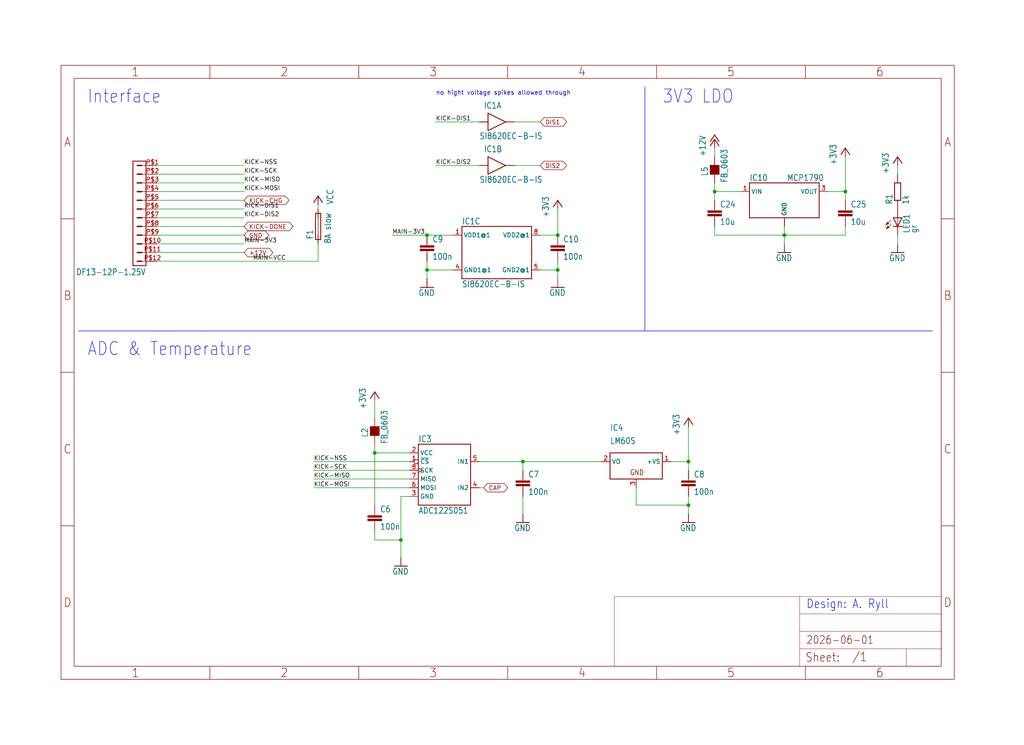
<source format=kicad_sch>
(kicad_sch (version 20230121) (generator eeschema)
  (paper "User" 298.45 217.322)
  (lib_symbols
    (symbol "Kicking Device v13b-eagle-import:+12V" (power)
      (property "Value" "+12V" (at -2.54 -5.08 90))
      (symbol "+12V_1_0"
        (polyline (pts (xy 0 0) (xy -1.27 -1.905)) (stroke (width 0.254)))
        (polyline (pts (xy 0 1.27) (xy -1.27 -0.635)) (stroke (width 0.254)))
        (polyline (pts (xy 1.27 -1.905) (xy 0 0)) (stroke (width 0.254)))
        (polyline (pts (xy 1.27 -0.635) (xy 0 1.27)) (stroke (width 0.254)))
        (pin power_in line (at 0 -2.54 90) (length 2.54) (name "+12V") (number "1"))
      )
    )
    (symbol "Kicking Device v13b-eagle-import:+3V3" (power)
      (property "Value" "+3V3" (at -2.54 -5.08 90))
      (symbol "+3V3_1_0"
        (polyline (pts (xy 0 0) (xy -1.27 -1.905)) (stroke (width 0.254)))
        (polyline (pts (xy 1.27 -1.905) (xy 0 0)) (stroke (width 0.254)))
        (pin power_in line (at 0 -2.54 90) (length 2.54) (name "+3V3") (number "1"))
      )
    )
    (symbol "Kicking Device v13b-eagle-import:A4L-LOC"
      (symbol "A4L-LOC_1_0"
        (polyline (pts (xy 0 44.7675) (xy 3.81 44.7675)))
        (polyline (pts (xy 0 89.535) (xy 3.81 89.535)))
        (polyline (pts (xy 0 134.3025) (xy 3.81 134.3025)))
        (polyline (pts (xy 3.81 3.81) (xy 3.81 175.26)))
        (polyline (pts (xy 43.3917 0) (xy 43.3917 3.81)))
        (polyline (pts (xy 43.3917 175.26) (xy 43.3917 179.07)))
        (polyline (pts (xy 86.7833 0) (xy 86.7833 3.81)))
        (polyline (pts (xy 86.7833 175.26) (xy 86.7833 179.07)))
        (polyline (pts (xy 130.175 0) (xy 130.175 3.81)))
        (polyline (pts (xy 130.175 175.26) (xy 130.175 179.07)))
        (polyline (pts (xy 161.29 3.81) (xy 161.29 24.13)) (stroke (width 0.1016)))
        (polyline (pts (xy 161.29 24.13) (xy 215.265 24.13)) (stroke (width 0.1016)))
        (polyline (pts (xy 173.5667 0) (xy 173.5667 3.81)))
        (polyline (pts (xy 173.5667 175.26) (xy 173.5667 179.07)))
        (polyline (pts (xy 215.265 8.89) (xy 215.265 3.81)) (stroke (width 0.1016)))
        (polyline (pts (xy 215.265 8.89) (xy 215.265 13.97)) (stroke (width 0.1016)))
        (polyline (pts (xy 215.265 13.97) (xy 215.265 19.05)) (stroke (width 0.1016)))
        (polyline (pts (xy 215.265 13.97) (xy 256.54 13.97)) (stroke (width 0.1016)))
        (polyline (pts (xy 215.265 19.05) (xy 215.265 24.13)) (stroke (width 0.1016)))
        (polyline (pts (xy 215.265 19.05) (xy 256.54 19.05)) (stroke (width 0.1016)))
        (polyline (pts (xy 215.265 24.13) (xy 256.54 24.13)) (stroke (width 0.1016)))
        (polyline (pts (xy 216.9583 0) (xy 216.9583 3.81)))
        (polyline (pts (xy 216.9583 175.26) (xy 216.9583 179.07)))
        (polyline (pts (xy 246.38 3.81) (xy 246.38 8.89)) (stroke (width 0.1016)))
        (polyline (pts (xy 246.38 8.89) (xy 215.265 8.89)) (stroke (width 0.1016)))
        (polyline (pts (xy 246.38 8.89) (xy 256.54 8.89)) (stroke (width 0.1016)))
        (polyline (pts (xy 256.54 3.81) (xy 3.81 3.81)))
        (polyline (pts (xy 256.54 3.81) (xy 256.54 8.89)) (stroke (width 0.1016)))
        (polyline (pts (xy 256.54 3.81) (xy 256.54 175.26)))
        (polyline (pts (xy 256.54 8.89) (xy 256.54 13.97)) (stroke (width 0.1016)))
        (polyline (pts (xy 256.54 13.97) (xy 256.54 19.05)) (stroke (width 0.1016)))
        (polyline (pts (xy 256.54 19.05) (xy 256.54 24.13)) (stroke (width 0.1016)))
        (polyline (pts (xy 256.54 44.7675) (xy 260.35 44.7675)))
        (polyline (pts (xy 256.54 89.535) (xy 260.35 89.535)))
        (polyline (pts (xy 256.54 134.3025) (xy 260.35 134.3025)))
        (polyline (pts (xy 256.54 175.26) (xy 3.81 175.26)))
        (polyline (pts (xy 0 0) (xy 260.35 0) (xy 260.35 179.07) (xy 0 179.07) (xy 0 0)))
        (text "${#}/${##}" (at 230.505 5.08 0) (effects (font (size 2.54 2.159)) (justify left bottom)))
        (text "${CURRENT_DATE}" (at 217.17 10.16 0) (effects (font (size 2.286 1.9431)) (justify left bottom)))
        (text "${PROJECTNAME}" (at 217.17 15.24 0) (effects (font (size 2.54 2.159)) (justify left bottom)))
        (text "1" (at 21.6958 1.905 0) (effects (font (size 2.54 2.286))))
        (text "1" (at 21.6958 177.165 0) (effects (font (size 2.54 2.286))))
        (text "2" (at 65.0875 1.905 0) (effects (font (size 2.54 2.286))))
        (text "2" (at 65.0875 177.165 0) (effects (font (size 2.54 2.286))))
        (text "3" (at 108.4792 1.905 0) (effects (font (size 2.54 2.286))))
        (text "3" (at 108.4792 177.165 0) (effects (font (size 2.54 2.286))))
        (text "4" (at 151.8708 1.905 0) (effects (font (size 2.54 2.286))))
        (text "4" (at 151.8708 177.165 0) (effects (font (size 2.54 2.286))))
        (text "5" (at 195.2625 1.905 0) (effects (font (size 2.54 2.286))))
        (text "5" (at 195.2625 177.165 0) (effects (font (size 2.54 2.286))))
        (text "6" (at 238.6542 1.905 0) (effects (font (size 2.54 2.286))))
        (text "6" (at 238.6542 177.165 0) (effects (font (size 2.54 2.286))))
        (text "A" (at 1.905 156.6863 0) (effects (font (size 2.54 2.286))))
        (text "A" (at 258.445 156.6863 0) (effects (font (size 2.54 2.286))))
        (text "B" (at 1.905 111.9188 0) (effects (font (size 2.54 2.286))))
        (text "B" (at 258.445 111.9188 0) (effects (font (size 2.54 2.286))))
        (text "C" (at 1.905 67.1513 0) (effects (font (size 2.54 2.286))))
        (text "C" (at 258.445 67.1513 0) (effects (font (size 2.54 2.286))))
        (text "D" (at 1.905 22.3838 0) (effects (font (size 2.54 2.286))))
        (text "D" (at 258.445 22.3838 0) (effects (font (size 2.54 2.286))))
        (text "Sheet:" (at 216.916 4.953 0) (effects (font (size 2.54 2.159)) (justify left bottom)))
      )
    )
    (symbol "Kicking Device v13b-eagle-import:ADC__2S__1"
      (property "Reference" "IC" (at -7.62 10.668 0))
      (symbol "ADC__2S__1_1_0"
        (polyline (pts (xy -7.62 -7.62) (xy -7.62 10.16)) (stroke (width 0.254)))
        (polyline (pts (xy -7.62 10.16) (xy 7.62 10.16)) (stroke (width 0.254)))
        (polyline (pts (xy 7.62 -7.62) (xy -7.62 -7.62)) (stroke (width 0.254)))
        (polyline (pts (xy 7.62 10.16) (xy 7.62 -7.62)) (stroke (width 0.254)))
        (pin bidirectional inverted (at -10.16 5.08 0) (length 2.54) (name "~{CS}") (number "1"))
        (pin power_in line (at -10.16 7.62 0) (length 2.54) (name "VCC") (number "2"))
        (pin power_in line (at -10.16 -5.08 0) (length 2.54) (name "GND") (number "3"))
        (pin passive line (at 10.16 -2.54 180) (length 2.54) (name "IN2") (number "4"))
        (pin passive line (at 10.16 5.08 180) (length 2.54) (name "IN1") (number "5"))
        (pin bidirectional line (at -10.16 -2.54 0) (length 2.54) (name "MOSI") (number "6"))
        (pin bidirectional line (at -10.16 0 0) (length 2.54) (name "MISO") (number "7"))
        (pin bidirectional clock (at -10.16 2.54 0) (length 2.54) (name "SCK") (number "8"))
      )
    )
    (symbol "Kicking Device v13b-eagle-import:C-EUC0603"
      (property "Reference" "C" (at 1.524 0.381 0))
      (symbol "C-EUC0603_1_0"
        (rectangle (start -2.032 -2.032) (end 2.032 -1.524) (fill (type outline)))
        (rectangle (start -2.032 -1.016) (end 2.032 -0.508) (fill (type outline)))
        (polyline (pts (xy 0 -2.54) (xy 0 -2.032)) (stroke (width 0.1524)))
        (polyline (pts (xy 0 0) (xy 0 -0.508)) (stroke (width 0.1524)))
        (pin passive line (at 0 2.54 270) (length 2.54) (name "1") (number "1"))
        (pin passive line (at 0 -5.08 90) (length 2.54) (name "2") (number "2"))
      )
    )
    (symbol "Kicking Device v13b-eagle-import:DF13-12P-1.25V"
      (symbol "DF13-12P-1.25V_1_0"
        (polyline (pts (xy -2.54 -10.16) (xy -0.635 -10.16)) (stroke (width 0.1524)))
        (polyline (pts (xy -2.54 -7.62) (xy -0.635 -7.62)) (stroke (width 0.1524)))
        (polyline (pts (xy -2.54 -5.08) (xy -0.635 -5.08)) (stroke (width 0.1524)))
        (polyline (pts (xy -2.54 -2.54) (xy -0.635 -2.54)) (stroke (width 0.1524)))
        (polyline (pts (xy -2.54 0) (xy -0.635 0)) (stroke (width 0.1524)))
        (polyline (pts (xy -2.54 2.54) (xy -0.635 2.54)) (stroke (width 0.1524)))
        (polyline (pts (xy -2.54 5.08) (xy -0.635 5.08)) (stroke (width 0.1524)))
        (polyline (pts (xy -2.54 7.62) (xy -0.635 7.62)) (stroke (width 0.1524)))
        (polyline (pts (xy -2.54 10.16) (xy -0.635 10.16)) (stroke (width 0.1524)))
        (polyline (pts (xy -2.54 12.7) (xy -0.635 12.7)) (stroke (width 0.1524)))
        (polyline (pts (xy -2.54 15.24) (xy -0.635 15.24)) (stroke (width 0.1524)))
        (polyline (pts (xy -2.54 17.78) (xy -0.635 17.78)) (stroke (width 0.1524)))
        (polyline (pts (xy -1.905 -11.43) (xy -1.905 19.05)) (stroke (width 0.254)))
        (polyline (pts (xy -1.905 -11.43) (xy 1.905 -11.43)) (stroke (width 0.254)))
        (polyline (pts (xy -0.635 -10.16) (xy 0.635 -10.16)) (stroke (width 0.4064)))
        (polyline (pts (xy -0.635 -7.62) (xy 0.635 -7.62)) (stroke (width 0.4064)))
        (polyline (pts (xy -0.635 -5.08) (xy 0.635 -5.08)) (stroke (width 0.4064)))
        (polyline (pts (xy -0.635 -2.54) (xy 0.635 -2.54)) (stroke (width 0.4064)))
        (polyline (pts (xy -0.635 0) (xy 0.635 0)) (stroke (width 0.4064)))
        (polyline (pts (xy -0.635 2.54) (xy 0.635 2.54)) (stroke (width 0.4064)))
        (polyline (pts (xy -0.635 5.08) (xy 0.635 5.08)) (stroke (width 0.4064)))
        (polyline (pts (xy -0.635 7.62) (xy 0.635 7.62)) (stroke (width 0.4064)))
        (polyline (pts (xy -0.635 10.16) (xy 0.635 10.16)) (stroke (width 0.4064)))
        (polyline (pts (xy -0.635 12.7) (xy 0.635 12.7)) (stroke (width 0.4064)))
        (polyline (pts (xy -0.635 15.24) (xy 0.635 15.24)) (stroke (width 0.4064)))
        (polyline (pts (xy -0.635 17.78) (xy 0.635 17.78)) (stroke (width 0.4064)))
        (polyline (pts (xy 1.905 19.05) (xy -1.905 19.05)) (stroke (width 0.254)))
        (polyline (pts (xy 1.905 19.05) (xy 1.905 -11.43)) (stroke (width 0.254)))
        (pin passive line (at -5.08 17.78 0) (length 2.54) (name "1") (number "P$1"))
        (pin passive line (at -5.08 -5.08 0) (length 2.54) (name "10") (number "P$10"))
        (pin passive line (at -5.08 -7.62 0) (length 2.54) (name "11") (number "P$11"))
        (pin passive line (at -5.08 -10.16 0) (length 2.54) (name "12") (number "P$12"))
        (pin passive line (at -5.08 15.24 0) (length 2.54) (name "2") (number "P$2"))
        (pin passive line (at -5.08 12.7 0) (length 2.54) (name "3") (number "P$3"))
        (pin passive line (at -5.08 10.16 0) (length 2.54) (name "4") (number "P$4"))
        (pin passive line (at -5.08 7.62 0) (length 2.54) (name "5") (number "P$5"))
        (pin passive line (at -5.08 5.08 0) (length 2.54) (name "6") (number "P$6"))
        (pin passive line (at -5.08 2.54 0) (length 2.54) (name "7") (number "P$7"))
        (pin passive line (at -5.08 0 0) (length 2.54) (name "8") (number "P$8"))
        (pin passive line (at -5.08 -2.54 0) (length 2.54) (name "9") (number "P$9"))
      )
    )
    (symbol "Kicking Device v13b-eagle-import:FB_0603"
      (property "Reference" "L" (at -0.635 1.905 0))
      (symbol "FB_0603_1_0"
        (rectangle (start 0 -1.27) (end 2.54 1.27) (fill (type outline)))
        (polyline (pts (xy 0 -1.27) (xy 0 0)) (stroke (width 0.254)))
        (polyline (pts (xy 0 0) (xy 0 1.27)) (stroke (width 0.254)))
        (polyline (pts (xy 0 0) (xy 2.54 0)) (stroke (width 0.1524)))
        (polyline (pts (xy 0 1.27) (xy 2.54 1.27)) (stroke (width 0.254)))
        (polyline (pts (xy 2.54 -1.27) (xy 0 -1.27)) (stroke (width 0.254)))
        (polyline (pts (xy 2.54 0) (xy 2.54 -1.27)) (stroke (width 0.254)))
        (polyline (pts (xy 2.54 1.27) (xy 2.54 0)) (stroke (width 0.254)))
        (pin passive line (at -2.54 0 0) (length 2.54) (name "1") (number "1"))
        (pin passive line (at 5.08 0 180) (length 2.54) (name "2") (number "2"))
      )
    )
    (symbol "Kicking Device v13b-eagle-import:FUSES"
      (property "Reference" "F" (at -3.81 1.397 0))
      (symbol "FUSES_1_0"
        (polyline (pts (xy -3.81 -0.762) (xy 3.81 -0.762)) (stroke (width 0.254)))
        (polyline (pts (xy -3.81 0.762) (xy -3.81 -0.762)) (stroke (width 0.254)))
        (polyline (pts (xy -2.54 0) (xy 2.54 0)) (stroke (width 0.1524)))
        (polyline (pts (xy 3.81 -0.762) (xy 3.81 0.762)) (stroke (width 0.254)))
        (polyline (pts (xy 3.81 0.762) (xy -3.81 0.762)) (stroke (width 0.254)))
        (pin passive line (at -5.08 0 0) (length 2.54) (name "1") (number "1"))
        (pin passive line (at 5.08 0 180) (length 2.54) (name "2") (number "2"))
      )
    )
    (symbol "Kicking Device v13b-eagle-import:GND" (power)
      (property "Value" "GND" (at -2.54 -2.54 0))
      (symbol "GND_1_0"
        (polyline (pts (xy -1.905 0) (xy 1.905 0)) (stroke (width 0.254)))
        (pin power_in line (at 0 2.54 270) (length 2.54) (name "GND") (number "1"))
      )
    )
    (symbol "Kicking Device v13b-eagle-import:LEDCHIP-LED0603"
      (property "Reference" "LED" (at 3.556 -4.572 90))
      (symbol "LEDCHIP-LED0603_1_0"
        (polyline (pts (xy -2.032 -0.762) (xy -3.429 -2.159)) (stroke (width 0.1524)))
        (polyline (pts (xy -1.905 -1.905) (xy -3.302 -3.302)) (stroke (width 0.1524)))
        (polyline (pts (xy 0 -2.54) (xy -1.27 -2.54)) (stroke (width 0.254)))
        (polyline (pts (xy 0 -2.54) (xy -1.27 0)) (stroke (width 0.254)))
        (polyline (pts (xy 0 0) (xy -1.27 0)) (stroke (width 0.254)))
        (polyline (pts (xy 0 0) (xy 0 -2.54)) (stroke (width 0.1524)))
        (polyline (pts (xy 1.27 -2.54) (xy 0 -2.54)) (stroke (width 0.254)))
        (polyline (pts (xy 1.27 0) (xy 0 -2.54)) (stroke (width 0.254)))
        (polyline (pts (xy 1.27 0) (xy 0 0)) (stroke (width 0.254)))
        (polyline (pts (xy -3.429 -2.159) (xy -3.048 -1.27) (xy -2.54 -1.778)) (stroke (width 0.1524)) (fill (type outline)))
        (polyline (pts (xy -3.302 -3.302) (xy -2.921 -2.413) (xy -2.413 -2.921)) (stroke (width 0.1524)) (fill (type outline)))
        (pin passive line (at 0 2.54 270) (length 2.54) (name "A") (number "A"))
        (pin passive line (at 0 -5.08 90) (length 2.54) (name "C") (number "C"))
      )
    )
    (symbol "Kicking Device v13b-eagle-import:LM60S"
      (property "Reference" "IC" (at -7.62 3.81 0))
      (symbol "LM60S_1_0"
        (polyline (pts (xy -7.62 -5.08) (xy -7.62 2.54)) (stroke (width 0.254)))
        (polyline (pts (xy -7.62 2.54) (xy 7.62 2.54)) (stroke (width 0.254)))
        (polyline (pts (xy 7.62 -5.08) (xy -7.62 -5.08)) (stroke (width 0.254)))
        (polyline (pts (xy 7.62 2.54) (xy 7.62 -5.08)) (stroke (width 0.254)))
        (text "GND" (at -2.286 -4.064 0) (effects (font (size 1.524 1.2954)) (justify left bottom)))
        (pin input line (at -10.16 0 0) (length 2.54) (name "+VS") (number "1"))
        (pin input line (at 10.16 0 180) (length 2.54) (name "VO") (number "2"))
        (pin power_in line (at 0 -7.62 90) (length 2.54) (name "GND") (number "3"))
      )
    )
    (symbol "Kicking Device v13b-eagle-import:MCP1790"
      (property "Reference" "IC" (at -10.16 5.588 0))
      (symbol "MCP1790_1_0"
        (polyline (pts (xy -10.16 -5.08) (xy 10.16 -5.08)) (stroke (width 0.254)))
        (polyline (pts (xy -10.16 5.08) (xy -10.16 -5.08)) (stroke (width 0.254)))
        (polyline (pts (xy -10.16 5.08) (xy 10.16 5.08)) (stroke (width 0.254)))
        (polyline (pts (xy 10.16 5.08) (xy 10.16 -5.08)) (stroke (width 0.254)))
        (pin bidirectional line (at -12.7 2.54 0) (length 2.54) (name "VIN") (number "1"))
        (pin bidirectional line (at 0 -7.62 90) (length 2.54) (name "GND") (number "2"))
        (pin bidirectional line (at 12.7 2.54 180) (length 2.54) (name "VOUT") (number "3"))
        (pin bidirectional line (at 0 -7.62 90) (length 2.54) (name "GND") (number "4"))
      )
    )
    (symbol "Kicking Device v13b-eagle-import:R-EU_R0603"
      (property "Reference" "R" (at -3.81 1.4986 0))
      (symbol "R-EU_R0603_1_0"
        (polyline (pts (xy -2.54 -0.889) (xy -2.54 0.889)) (stroke (width 0.254)))
        (polyline (pts (xy -2.54 -0.889) (xy 2.54 -0.889)) (stroke (width 0.254)))
        (polyline (pts (xy 2.54 -0.889) (xy 2.54 0.889)) (stroke (width 0.254)))
        (polyline (pts (xy 2.54 0.889) (xy -2.54 0.889)) (stroke (width 0.254)))
        (pin passive line (at -5.08 0 0) (length 2.54) (name "1") (number "1"))
        (pin passive line (at 5.08 0 180) (length 2.54) (name "2") (number "2"))
      )
    )
    (symbol "Kicking Device v13b-eagle-import:SI8620"
      (property "Reference" "IC" (at -10.16 8.128 0))
      (symbol "SI8620_1_0"
        (polyline (pts (xy -2.54 -2.54) (xy 2.54 0)) (stroke (width 0.254)))
        (polyline (pts (xy -2.54 2.54) (xy -2.54 -2.54)) (stroke (width 0.254)))
        (polyline (pts (xy 2.54 0) (xy -2.54 2.54)) (stroke (width 0.254)))
        (pin input line (at -5.08 0 0) (length 2.54) (name "IN") (number "2"))
        (pin output line (at 5.08 0 180) (length 2.54) (name "OUT") (number "7"))
      )
      (symbol "SI8620_2_0"
        (polyline (pts (xy -2.54 -2.54) (xy 2.54 0)) (stroke (width 0.254)))
        (polyline (pts (xy -2.54 2.54) (xy -2.54 -2.54)) (stroke (width 0.254)))
        (polyline (pts (xy 2.54 0) (xy -2.54 2.54)) (stroke (width 0.254)))
        (pin input line (at -5.08 0 0) (length 2.54) (name "IN") (number "3"))
        (pin output line (at 5.08 0 180) (length 2.54) (name "OUT") (number "6"))
      )
      (symbol "SI8620_3_0"
        (polyline (pts (xy -10.16 -7.62) (xy -10.16 7.62)) (stroke (width 0.254)))
        (polyline (pts (xy -10.16 7.62) (xy 10.16 7.62)) (stroke (width 0.254)))
        (polyline (pts (xy 10.16 -7.62) (xy -10.16 -7.62)) (stroke (width 0.254)))
        (polyline (pts (xy 10.16 7.62) (xy 10.16 -7.62)) (stroke (width 0.254)))
        (pin passive line (at -12.7 5.08 0) (length 2.54) (name "VDD1@1") (number "1"))
        (pin passive line (at -12.7 -5.08 0) (length 2.54) (name "GND1@1") (number "4"))
        (pin passive line (at 12.7 -5.08 180) (length 2.54) (name "GND2@1") (number "5"))
        (pin passive line (at 12.7 5.08 180) (length 2.54) (name "VDD2@1") (number "8"))
      )
    )
    (symbol "Kicking Device v13b-eagle-import:VCC" (power)
      (property "Value" "VCC" (at -2.54 -2.54 90))
      (symbol "VCC_1_0"
        (polyline (pts (xy 0 0) (xy -1.27 -1.905)) (stroke (width 0.254)))
        (polyline (pts (xy 1.27 -1.905) (xy 0 0)) (stroke (width 0.254)))
        (pin power_in line (at 0 -2.54 90) (length 2.54) (name "VCC") (number "1"))
      )
    )
  )
  (junction (at 162.56 78.74))
  (junction (at 246.38 55.88))
  (junction (at 152.4 134.62))
  (junction (at 109.22 132.08))
  (junction (at 228.6 68.58))
  (junction (at 124.46 68.58))
  (junction (at 124.46 78.74))
  (junction (at 116.84 157.48))
  (junction (at 200.66 134.62))
  (junction (at 162.56 68.58))
  (junction (at 208.28 55.88))
  (junction (at 200.66 147.32))
  (wire (pts (xy 45.72 58.42) (xy 71.12 58.42)) (stroke (width 0.1524)))
  (wire (pts (xy 109.22 132.08) (xy 109.22 129.54)) (stroke (width 0.1524)))
  (wire (pts (xy 208.28 66.04) (xy 208.28 68.58)) (stroke (width 0.1524)))
  (wire (pts (xy 185.42 147.32) (xy 185.42 142.24)) (stroke (width 0.1524)))
  (wire (pts (xy 124.46 78.74) (xy 124.46 76.2)) (stroke (width 0.1524)))
  (wire (pts (xy 124.46 81.28) (xy 124.46 78.74)) (stroke (width 0.1524)))
  (wire (pts (xy 139.7 142.24) (xy 140.97 142.24)) (stroke (width 0.1524)))
  (wire (pts (xy 132.08 78.74) (xy 124.46 78.74)) (stroke (width 0.1524)))
  (wire (pts (xy 215.9 55.88) (xy 208.28 55.88)) (stroke (width 0.1524)))
  (wire (pts (xy 71.12 60.96) (xy 45.72 60.96)) (stroke (width 0.1524)))
  (wire (pts (xy 92.71 59.69) (xy 92.71 60.96)) (stroke (width 0.1524)))
  (wire (pts (xy 109.22 154.94) (xy 109.22 157.48)) (stroke (width 0.1524)))
  (wire (pts (xy 228.6 68.58) (xy 246.38 68.58)) (stroke (width 0.1524)))
  (wire (pts (xy 109.22 121.92) (xy 109.22 116.84)) (stroke (width 0.1524)))
  (wire (pts (xy 91.44 142.24) (xy 119.38 142.24)) (stroke (width 0.1524)))
  (wire (pts (xy 116.84 144.78) (xy 116.84 157.48)) (stroke (width 0.1524)))
  (wire (pts (xy 261.62 71.12) (xy 261.62 68.58)) (stroke (width 0.1524)))
  (wire (pts (xy 132.08 68.58) (xy 124.46 68.58)) (stroke (width 0.1524)))
  (wire (pts (xy 91.44 134.62) (xy 119.38 134.62)) (stroke (width 0.1524)))
  (wire (pts (xy 45.72 71.12) (xy 71.12 71.12)) (stroke (width 0.1524)))
  (wire (pts (xy 109.22 147.32) (xy 109.22 132.08)) (stroke (width 0.1524)))
  (wire (pts (xy 208.28 68.58) (xy 228.6 68.58)) (stroke (width 0.1524)))
  (wire (pts (xy 208.28 55.88) (xy 208.28 53.34)) (stroke (width 0.1524)))
  (wire (pts (xy 45.72 53.34) (xy 71.12 53.34)) (stroke (width 0.1524)))
  (wire (pts (xy 45.72 55.88) (xy 71.12 55.88)) (stroke (width 0.1524)))
  (wire (pts (xy 45.72 50.8) (xy 71.12 50.8)) (stroke (width 0.1524)))
  (wire (pts (xy 228.6 71.12) (xy 228.6 68.58)) (stroke (width 0.1524)))
  (wire (pts (xy 92.71 76.2) (xy 92.71 71.12)) (stroke (width 0.1524)))
  (wire (pts (xy 152.4 137.16) (xy 152.4 134.62)) (stroke (width 0.1524)))
  (wire (pts (xy 200.66 134.62) (xy 200.66 124.46)) (stroke (width 0.1524)))
  (wire (pts (xy 208.28 55.88) (xy 208.28 58.42)) (stroke (width 0.1524)))
  (polyline (pts (xy 22.86 96.52) (xy 187.96 96.52)) (stroke (width 0.1524) (type solid)))
  (wire (pts (xy 162.56 68.58) (xy 162.56 60.96)) (stroke (width 0.1524)))
  (wire (pts (xy 91.44 139.7) (xy 119.38 139.7)) (stroke (width 0.1524)))
  (wire (pts (xy 200.66 134.62) (xy 195.58 134.62)) (stroke (width 0.1524)))
  (wire (pts (xy 200.66 149.86) (xy 200.66 147.32)) (stroke (width 0.1524)))
  (wire (pts (xy 45.72 73.66) (xy 71.12 73.66)) (stroke (width 0.1524)))
  (wire (pts (xy 91.44 137.16) (xy 119.38 137.16)) (stroke (width 0.1524)))
  (wire (pts (xy 139.7 48.26) (xy 127 48.26)) (stroke (width 0.1524)))
  (wire (pts (xy 152.4 134.62) (xy 139.7 134.62)) (stroke (width 0.1524)))
  (polyline (pts (xy 187.96 25.4) (xy 187.96 96.52)) (stroke (width 0.1524) (type solid)))
  (wire (pts (xy 246.38 68.58) (xy 246.38 66.04)) (stroke (width 0.1524)))
  (wire (pts (xy 162.56 78.74) (xy 162.56 76.2)) (stroke (width 0.1524)))
  (wire (pts (xy 71.12 48.26) (xy 45.72 48.26)) (stroke (width 0.1524)))
  (wire (pts (xy 162.56 81.28) (xy 162.56 78.74)) (stroke (width 0.1524)))
  (wire (pts (xy 116.84 157.48) (xy 116.84 162.56)) (stroke (width 0.1524)))
  (wire (pts (xy 45.72 76.2) (xy 92.71 76.2)) (stroke (width 0.1524)))
  (wire (pts (xy 45.72 66.04) (xy 71.12 66.04)) (stroke (width 0.1524)))
  (wire (pts (xy 119.38 132.08) (xy 109.22 132.08)) (stroke (width 0.1524)))
  (wire (pts (xy 109.22 157.48) (xy 116.84 157.48)) (stroke (width 0.1524)))
  (wire (pts (xy 124.46 68.58) (xy 114.3 68.58)) (stroke (width 0.1524)))
  (wire (pts (xy 246.38 58.42) (xy 246.38 55.88)) (stroke (width 0.1524)))
  (wire (pts (xy 208.28 45.72) (xy 208.28 43.18)) (stroke (width 0.1524)))
  (wire (pts (xy 119.38 144.78) (xy 116.84 144.78)) (stroke (width 0.1524)))
  (wire (pts (xy 246.38 55.88) (xy 246.38 45.72)) (stroke (width 0.1524)))
  (wire (pts (xy 139.7 35.56) (xy 127 35.56)) (stroke (width 0.1524)))
  (wire (pts (xy 228.6 68.58) (xy 228.6 66.04)) (stroke (width 0.1524)))
  (wire (pts (xy 246.38 55.88) (xy 241.3 55.88)) (stroke (width 0.1524)))
  (wire (pts (xy 175.26 134.62) (xy 152.4 134.62)) (stroke (width 0.1524)))
  (wire (pts (xy 149.86 35.56) (xy 157.48 35.56)) (stroke (width 0.1524)))
  (wire (pts (xy 157.48 68.58) (xy 162.56 68.58)) (stroke (width 0.1524)))
  (polyline (pts (xy 187.96 96.52) (xy 271.78 96.52)) (stroke (width 0.1524) (type solid)))
  (wire (pts (xy 200.66 147.32) (xy 185.42 147.32)) (stroke (width 0.1524)))
  (wire (pts (xy 261.62 50.8) (xy 261.62 48.26)) (stroke (width 0.1524)))
  (wire (pts (xy 162.56 78.74) (xy 157.48 78.74)) (stroke (width 0.1524)))
  (wire (pts (xy 45.72 68.58) (xy 71.12 68.58)) (stroke (width 0.1524)))
  (wire (pts (xy 149.86 48.26) (xy 157.48 48.26)) (stroke (width 0.1524)))
  (wire (pts (xy 200.66 147.32) (xy 200.66 144.78)) (stroke (width 0.1524)))
  (wire (pts (xy 200.66 137.16) (xy 200.66 134.62)) (stroke (width 0.1524)))
  (wire (pts (xy 45.72 63.5) (xy 71.12 63.5)) (stroke (width 0.1524)))
  (wire (pts (xy 152.4 149.86) (xy 152.4 144.78)) (stroke (width 0.1524)))
  (text "ADC & Temperature" (at 25.4 104.14 0) (effects (font (size 3.81 3.2385)) (justify left bottom)))
  (text "Interface" (at 25.4 30.48 0) (effects (font (size 3.81 3.2385)) (justify left bottom)))
  (text "Design: A. Ryll" (at 234.95 177.8 0) (effects (font (size 2.54 2.159)) (justify left bottom)))
  (text "no hight voltage spikes allowed through" (at 127 27.94 0) (effects (font (size 1.27 1.27)) (justify left bottom)))
  (text "3V3 LDO" (at 193.04 30.48 0) (effects (font (size 3.81 3.2385)) (justify left bottom)))
  (label "KICK-DIS1" (at 127 35.56 0) (effects (font (size 1.2446 1.2446))))
  (label "KICK-NSS" (at 91.44 134.62 0) (effects (font (size 1.2446 1.2446))))
  (label "MAIN-3V3" (at 114.3 68.58 0) (effects (font (size 1.2446 1.2446))))
  (label "KICK-SCK" (at 91.44 137.16 0) (effects (font (size 1.2446 1.2446))))
  (label "MAIN-VCC" (at 73.66 76.2 0) (effects (font (size 1.2446 1.2446))))
  (label "MAIN-3V3" (at 71.12 71.12 0) (effects (font (size 1.2446 1.2446))))
  (label "KICK-DIS2" (at 71.12 63.5 0) (effects (font (size 1.2446 1.2446))))
  (label "KICK-DIS1" (at 71.12 60.96 0) (effects (font (size 1.2446 1.2446))))
  (label "KICK-SCK" (at 71.12 50.8 0) (effects (font (size 1.2446 1.2446))))
  (label "KICK-DIS2" (at 127 48.26 0) (effects (font (size 1.2446 1.2446))))
  (label "KICK-NSS" (at 71.12 48.26 0) (effects (font (size 1.2446 1.2446))))
  (label "KICK-MISO" (at 71.12 53.34 0) (effects (font (size 1.2446 1.2446))))
  (label "KICK-MOSI" (at 91.44 142.24 0) (effects (font (size 1.2446 1.2446))))
  (label "KICK-MISO" (at 91.44 139.7 0) (effects (font (size 1.2446 1.2446))))
  (label "KICK-MOSI" (at 71.12 55.88 0) (effects (font (size 1.2446 1.2446))))
  (global_label "DIS1" (shape bidirectional) (at 157.48 35.56 0) (effects (font (size 1.2446 1.2446))) (property "Intersheetrefs" "${INTERSHEET_REFS}" (effects hide)))
  (global_label "KICK-CHG" (shape bidirectional) (at 71.12 58.42 0) (effects (font (size 1.2446 1.2446))) (property "Intersheetrefs" "${INTERSHEET_REFS}" (effects hide)))
  (global_label "CAP" (shape bidirectional) (at 140.97 142.24 0) (effects (font (size 1.2446 1.2446))) (property "Intersheetrefs" "${INTERSHEET_REFS}" (effects hide)))
  (global_label "KICK-DONE" (shape bidirectional) (at 71.12 66.04 0) (effects (font (size 1.2446 1.2446))) (property "Intersheetrefs" "${INTERSHEET_REFS}" (effects hide)))
  (global_label "GND" (shape bidirectional) (at 71.12 68.58 0) (effects (font (size 1.2446 1.2446))) (property "Intersheetrefs" "${INTERSHEET_REFS}" (effects hide)))
  (global_label "+12V" (shape bidirectional) (at 71.12 73.66 0) (effects (font (size 1.2446 1.2446))) (property "Intersheetrefs" "${INTERSHEET_REFS}" (effects hide)))
  (global_label "DIS2" (shape bidirectional) (at 157.48 48.26 0) (effects (font (size 1.2446 1.2446))) (property "Intersheetrefs" "${INTERSHEET_REFS}" (effects hide)))
  (symbol (lib_id "Kicking Device v13b-eagle-import:GND") (at 124.46 83.82 0) (unit 1)
    (property "Reference" "#GND8" (effects hide))
    (property "Value" "GND" (at 121.92 86.36 0) (effects (font (size 1.778 1.5113)) (justify left bottom)))
  )
  (symbol (lib_id "Kicking Device v13b-eagle-import:FB_0603") (at 208.28 50.8 90) (unit 1)
    (property "Reference" "L5" (at 206.375 51.435 0) (effects (font (size 1.778 1.5113)) (justify left bottom)))
    (property "Value" "FB_0603" (at 212.09 53.34 0) (effects (font (size 1.778 1.5113)) (justify left bottom)))
    (property "Footprint" "Kicking Device v13b:L0603" (effects hide))
  )
  (symbol (lib_id "Kicking Device v13b-eagle-import:C-EUC0603") (at 109.22 149.86 0) (unit 1)
    (property "Reference" "C6" (at 110.744 149.479 0) (effects (font (size 1.778 1.5113)) (justify left bottom)))
    (property "Value" "100n" (at 110.744 154.559 0) (effects (font (size 1.778 1.5113)) (justify left bottom)))
    (property "Footprint" "Kicking Device v13b:C0603" (effects hide))
  )
  (symbol (lib_id "Kicking Device v13b-eagle-import:R-EU_R0603") (at 261.62 55.88 90) (unit 1)
    (property "Reference" "R1" (at 260.1214 59.69 0) (effects (font (size 1.778 1.5113)) (justify left bottom)))
    (property "Value" "1k" (at 264.922 59.69 0) (effects (font (size 1.778 1.5113)) (justify left bottom)))
    (property "Footprint" "Kicking Device v13b:R0603" (effects hide))
  )
  (symbol (lib_id "Kicking Device v13b-eagle-import:SI8620") (at 144.78 35.56 0) (unit 1)
    (property "Reference" "IC1" (at 140.97 31.75 0) (effects (font (size 1.778 1.5113)) (justify left bottom)))
    (property "Value" "SI8620EC-B-IS" (at 139.7 40.64 0) (effects (font (size 1.778 1.5113)) (justify left bottom)))
    (property "Footprint" "Kicking Device v13b:SOIC8N" (effects hide))
    (property "Datasheet" "${DATASHEETS}/si861x-2x-datasheet.pdf" (effects hide))
  )
  (symbol (lib_id "Kicking Device v13b-eagle-import:VCC") (at 92.71 57.15 0) (mirror y) (unit 1)
    (property "Reference" "#P+1" (effects hide))
    (property "Value" "VCC" (at 95.25 59.69 90) (effects (font (size 1.778 1.5113)) (justify left bottom)))
  )
  (symbol (lib_id "Kicking Device v13b-eagle-import:FB_0603") (at 109.22 127 90) (unit 1)
    (property "Reference" "L2" (at 107.315 127.635 0) (effects (font (size 1.778 1.5113)) (justify left bottom)))
    (property "Value" "FB_0603" (at 113.03 129.54 0) (effects (font (size 1.778 1.5113)) (justify left bottom)))
    (property "Footprint" "Kicking Device v13b:L0603" (effects hide))
  )
  (symbol (lib_id "Kicking Device v13b-eagle-import:SI8620") (at 144.78 48.26 0) (unit 2)
    (property "Reference" "IC1" (at 140.97 44.45 0) (effects (font (size 1.778 1.5113)) (justify left bottom)))
    (property "Value" "SI8620EC-B-IS" (at 139.7 53.34 0) (effects (font (size 1.778 1.5113)) (justify left bottom)))
    (property "Footprint" "Kicking Device v13b:SOIC8N" (effects hide))
    (property "Datasheet" "${DATASHEETS}/si861x-2x-datasheet.pdf" (effects hide))
  )
  (symbol (lib_id "Kicking Device v13b-eagle-import:GND") (at 162.56 83.82 0) (unit 1)
    (property "Reference" "#GND10" (effects hide))
    (property "Value" "GND" (at 160.02 86.36 0) (effects (font (size 1.778 1.5113)) (justify left bottom)))
  )
  (symbol (lib_id "Kicking Device v13b-eagle-import:C-EUC0603") (at 208.28 60.96 0) (unit 1)
    (property "Reference" "C24" (at 209.804 60.579 0) (effects (font (size 1.778 1.5113)) (justify left bottom)))
    (property "Value" "10u" (at 209.804 65.659 0) (effects (font (size 1.778 1.5113)) (justify left bottom)))
    (property "Footprint" "Kicking Device v13b:C0603" (effects hide))
  )
  (symbol (lib_id "Kicking Device v13b-eagle-import:C-EUC0603") (at 124.46 71.12 0) (unit 1)
    (property "Reference" "C9" (at 125.984 70.739 0) (effects (font (size 1.778 1.5113)) (justify left bottom)))
    (property "Value" "100n" (at 125.984 75.819 0) (effects (font (size 1.778 1.5113)) (justify left bottom)))
    (property "Footprint" "Kicking Device v13b:C0603" (effects hide))
  )
  (symbol (lib_id "Kicking Device v13b-eagle-import:+3V3") (at 200.66 121.92 0) (unit 1)
    (property "Reference" "#+3V34" (effects hide))
    (property "Value" "+3V3" (at 198.12 127 90) (effects (font (size 1.778 1.5113)) (justify left bottom)))
  )
  (symbol (lib_id "Kicking Device v13b-eagle-import:GND") (at 200.66 152.4 0) (unit 1)
    (property "Reference" "#GND7" (effects hide))
    (property "Value" "GND" (at 198.12 154.94 0) (effects (font (size 1.778 1.5113)) (justify left bottom)))
  )
  (symbol (lib_id "Kicking Device v13b-eagle-import:GND") (at 261.62 73.66 0) (unit 1)
    (property "Reference" "#GND2" (effects hide))
    (property "Value" "GND" (at 259.08 76.2 0) (effects (font (size 1.778 1.5113)) (justify left bottom)))
  )
  (symbol (lib_id "Kicking Device v13b-eagle-import:DF13-12P-1.25V") (at 40.64 66.04 0) (mirror y) (unit 1)
    (property "Reference" "X1" (effects hide))
    (property "Value" "DF13-12P-1.25V" (at 42.545 80.3275 0) (effects (font (size 1.778 1.5113)) (justify left bottom)))
    (property "Footprint" "Kicking Device v13b:DF13C-12P-1.25V" (effects hide))
  )
  (symbol (lib_id "Kicking Device v13b-eagle-import:GND") (at 116.84 165.1 0) (unit 1)
    (property "Reference" "#GND5" (effects hide))
    (property "Value" "GND" (at 114.3 167.64 0) (effects (font (size 1.778 1.5113)) (justify left bottom)))
  )
  (symbol (lib_id "Kicking Device v13b-eagle-import:+3V3") (at 109.22 114.3 0) (unit 1)
    (property "Reference" "#+3V33" (effects hide))
    (property "Value" "+3V3" (at 106.68 119.38 90) (effects (font (size 1.778 1.5113)) (justify left bottom)))
  )
  (symbol (lib_id "Kicking Device v13b-eagle-import:ADC__2S__1") (at 129.54 139.7 0) (unit 1)
    (property "Reference" "IC3" (at 121.92 129.032 0) (effects (font (size 1.778 1.5113)) (justify left bottom)))
    (property "Value" "ADC122S051" (at 121.92 149.86 0) (effects (font (size 1.778 1.5113)) (justify left bottom)))
    (property "Footprint" "Kicking Device v13b:MSOP8" (effects hide))
  )
  (symbol (lib_id "Kicking Device v13b-eagle-import:MCP1790") (at 228.6 58.42 0) (unit 1)
    (property "Reference" "IC10" (at 218.44 52.832 0) (effects (font (size 1.778 1.5113)) (justify left bottom)))
    (property "Value" "MCP1790" (at 229.362 52.832 0) (effects (font (size 1.778 1.5113)) (justify left bottom)))
    (property "Footprint" "Kicking Device v13b:SOT223" (effects hide))
  )
  (symbol (lib_id "Kicking Device v13b-eagle-import:+3V3") (at 162.56 58.42 0) (unit 1)
    (property "Reference" "#+3V36" (effects hide))
    (property "Value" "+3V3" (at 160.02 63.5 90) (effects (font (size 1.778 1.5113)) (justify left bottom)))
  )
  (symbol (lib_id "Kicking Device v13b-eagle-import:SI8620") (at 144.78 73.66 0) (unit 3)
    (property "Reference" "IC1" (at 134.62 65.532 0) (effects (font (size 1.778 1.5113)) (justify left bottom)))
    (property "Value" "SI8620EC-B-IS" (at 134.62 83.82 0) (effects (font (size 1.778 1.5113)) (justify left bottom)))
    (property "Footprint" "Kicking Device v13b:SOIC8N" (effects hide))
    (property "Datasheet" "${DATASHEETS}/si861x-2x-datasheet.pdf" (effects hide))
  )
  (symbol (lib_id "Kicking Device v13b-eagle-import:FUSES") (at 92.71 66.04 90) (unit 1)
    (property "Reference" "F1" (at 91.313 69.85 0) (effects (font (size 1.778 1.5113)) (justify left bottom)))
    (property "Value" "8A slow" (at 96.52 71.12 0) (effects (font (size 1.778 1.5113)) (justify left bottom)))
    (property "Footprint" "Kicking Device v13b:1206" (effects hide))
  )
  (symbol (lib_id "Kicking Device v13b-eagle-import:GND") (at 152.4 152.4 0) (unit 1)
    (property "Reference" "#GND6" (effects hide))
    (property "Value" "GND" (at 149.86 154.94 0) (effects (font (size 1.778 1.5113)) (justify left bottom)))
  )
  (symbol (lib_id "Kicking Device v13b-eagle-import:LM60S") (at 185.42 134.62 0) (mirror y) (unit 1)
    (property "Reference" "IC4" (at 177.8 125.73 0) (effects (font (size 1.778 1.5113)) (justify right bottom)))
    (property "Value" "LM60S" (at 177.8 129.54 0) (effects (font (size 1.778 1.5113)) (justify right bottom)))
    (property "Footprint" "Kicking Device v13b:SOT23" (effects hide))
  )
  (symbol (lib_id "Kicking Device v13b-eagle-import:C-EUC0603") (at 246.38 60.96 0) (unit 1)
    (property "Reference" "C25" (at 247.904 60.579 0) (effects (font (size 1.778 1.5113)) (justify left bottom)))
    (property "Value" "10u" (at 247.904 65.659 0) (effects (font (size 1.778 1.5113)) (justify left bottom)))
    (property "Footprint" "Kicking Device v13b:C0603" (effects hide))
  )
  (symbol (lib_id "Kicking Device v13b-eagle-import:C-EUC0603") (at 162.56 71.12 0) (unit 1)
    (property "Reference" "C10" (at 164.084 70.739 0) (effects (font (size 1.778 1.5113)) (justify left bottom)))
    (property "Value" "100n" (at 164.084 75.819 0) (effects (font (size 1.778 1.5113)) (justify left bottom)))
    (property "Footprint" "Kicking Device v13b:C0603" (effects hide))
  )
  (symbol (lib_id "Kicking Device v13b-eagle-import:+3V3") (at 261.62 45.72 0) (unit 1)
    (property "Reference" "#+3V32" (effects hide))
    (property "Value" "+3V3" (at 259.08 50.8 90) (effects (font (size 1.778 1.5113)) (justify left bottom)))
  )
  (symbol (lib_id "Kicking Device v13b-eagle-import:LEDCHIP-LED0603") (at 261.62 63.5 0) (unit 1)
    (property "Reference" "LED1" (at 265.176 68.072 90) (effects (font (size 1.778 1.5113)) (justify left bottom)))
    (property "Value" "gr" (at 267.335 68.072 90) (effects (font (size 1.778 1.5113)) (justify left bottom)))
    (property "Footprint" "Kicking Device v13b:CHIP-LED0603" (effects hide))
  )
  (symbol (lib_id "Kicking Device v13b-eagle-import:+3V3") (at 246.38 43.18 0) (unit 1)
    (property "Reference" "#+3V1" (effects hide))
    (property "Value" "+3V3" (at 243.84 48.26 90) (effects (font (size 1.778 1.5113)) (justify left bottom)))
  )
  (symbol (lib_id "Kicking Device v13b-eagle-import:A4L-LOC") (at 17.78 198.12 0) (unit 1)
    (property "Reference" "#FRAME1" (effects hide))
    (property "Value" "A4L-LOC" (effects hide))
  )
  (symbol (lib_id "Kicking Device v13b-eagle-import:C-EUC0603") (at 200.66 139.7 0) (unit 1)
    (property "Reference" "C8" (at 202.184 139.319 0) (effects (font (size 1.778 1.5113)) (justify left bottom)))
    (property "Value" "100n" (at 202.184 144.399 0) (effects (font (size 1.778 1.5113)) (justify left bottom)))
    (property "Footprint" "Kicking Device v13b:C0603" (effects hide))
  )
  (symbol (lib_id "Kicking Device v13b-eagle-import:C-EUC0603") (at 152.4 139.7 0) (unit 1)
    (property "Reference" "C7" (at 153.924 139.319 0) (effects (font (size 1.778 1.5113)) (justify left bottom)))
    (property "Value" "100n" (at 153.924 144.399 0) (effects (font (size 1.778 1.5113)) (justify left bottom)))
    (property "Footprint" "Kicking Device v13b:C0603" (effects hide))
  )
  (symbol (lib_id "Kicking Device v13b-eagle-import:+12V") (at 208.28 40.64 0) (unit 1)
    (property "Reference" "#P+2" (effects hide))
    (property "Value" "+12V" (at 205.74 45.72 90) (effects (font (size 1.778 1.5113)) (justify left bottom)))
  )
  (symbol (lib_id "Kicking Device v13b-eagle-import:GND") (at 228.6 73.66 0) (unit 1)
    (property "Reference" "#GND1" (effects hide))
    (property "Value" "GND" (at 226.06 76.2 0) (effects (font (size 1.778 1.5113)) (justify left bottom)))
  )
)
</source>
